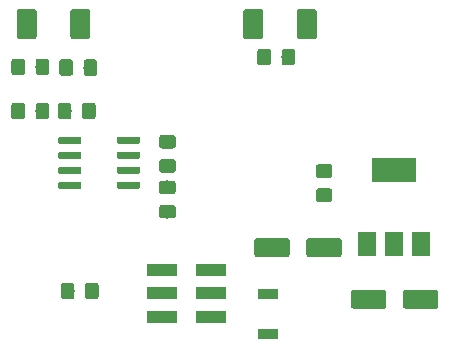
<source format=gtp>
G04 #@! TF.GenerationSoftware,KiCad,Pcbnew,(5.1.2)-1*
G04 #@! TF.CreationDate,2019-07-04T14:52:25+03:00*
G04 #@! TF.ProjectId,Elevator_FirePanel Board,456c6576-6174-46f7-925f-466972655061,rev?*
G04 #@! TF.SameCoordinates,Original*
G04 #@! TF.FileFunction,Paste,Top*
G04 #@! TF.FilePolarity,Positive*
%FSLAX46Y46*%
G04 Gerber Fmt 4.6, Leading zero omitted, Abs format (unit mm)*
G04 Created by KiCad (PCBNEW (5.1.2)-1) date 2019-07-04 14:52:25*
%MOMM*%
%LPD*%
G04 APERTURE LIST*
%ADD10C,0.100000*%
%ADD11C,1.600000*%
%ADD12C,1.700000*%
%ADD13R,2.580000X1.000000*%
%ADD14C,1.150000*%
%ADD15R,1.700000X0.900000*%
%ADD16C,0.600000*%
%ADD17R,3.800000X2.000000*%
%ADD18R,1.500000X2.000000*%
G04 APERTURE END LIST*
D10*
G36*
X140806504Y-91149204D02*
G01*
X140830773Y-91152804D01*
X140854571Y-91158765D01*
X140877671Y-91167030D01*
X140899849Y-91177520D01*
X140920893Y-91190133D01*
X140940598Y-91204747D01*
X140958777Y-91221223D01*
X140975253Y-91239402D01*
X140989867Y-91259107D01*
X141002480Y-91280151D01*
X141012970Y-91302329D01*
X141021235Y-91325429D01*
X141027196Y-91349227D01*
X141030796Y-91373496D01*
X141032000Y-91398000D01*
X141032000Y-92498000D01*
X141030796Y-92522504D01*
X141027196Y-92546773D01*
X141021235Y-92570571D01*
X141012970Y-92593671D01*
X141002480Y-92615849D01*
X140989867Y-92636893D01*
X140975253Y-92656598D01*
X140958777Y-92674777D01*
X140940598Y-92691253D01*
X140920893Y-92705867D01*
X140899849Y-92718480D01*
X140877671Y-92728970D01*
X140854571Y-92737235D01*
X140830773Y-92743196D01*
X140806504Y-92746796D01*
X140782000Y-92748000D01*
X138282000Y-92748000D01*
X138257496Y-92746796D01*
X138233227Y-92743196D01*
X138209429Y-92737235D01*
X138186329Y-92728970D01*
X138164151Y-92718480D01*
X138143107Y-92705867D01*
X138123402Y-92691253D01*
X138105223Y-92674777D01*
X138088747Y-92656598D01*
X138074133Y-92636893D01*
X138061520Y-92615849D01*
X138051030Y-92593671D01*
X138042765Y-92570571D01*
X138036804Y-92546773D01*
X138033204Y-92522504D01*
X138032000Y-92498000D01*
X138032000Y-91398000D01*
X138033204Y-91373496D01*
X138036804Y-91349227D01*
X138042765Y-91325429D01*
X138051030Y-91302329D01*
X138061520Y-91280151D01*
X138074133Y-91259107D01*
X138088747Y-91239402D01*
X138105223Y-91221223D01*
X138123402Y-91204747D01*
X138143107Y-91190133D01*
X138164151Y-91177520D01*
X138186329Y-91167030D01*
X138209429Y-91158765D01*
X138233227Y-91152804D01*
X138257496Y-91149204D01*
X138282000Y-91148000D01*
X140782000Y-91148000D01*
X140806504Y-91149204D01*
X140806504Y-91149204D01*
G37*
D11*
X139532000Y-91948000D03*
D10*
G36*
X145206504Y-91149204D02*
G01*
X145230773Y-91152804D01*
X145254571Y-91158765D01*
X145277671Y-91167030D01*
X145299849Y-91177520D01*
X145320893Y-91190133D01*
X145340598Y-91204747D01*
X145358777Y-91221223D01*
X145375253Y-91239402D01*
X145389867Y-91259107D01*
X145402480Y-91280151D01*
X145412970Y-91302329D01*
X145421235Y-91325429D01*
X145427196Y-91349227D01*
X145430796Y-91373496D01*
X145432000Y-91398000D01*
X145432000Y-92498000D01*
X145430796Y-92522504D01*
X145427196Y-92546773D01*
X145421235Y-92570571D01*
X145412970Y-92593671D01*
X145402480Y-92615849D01*
X145389867Y-92636893D01*
X145375253Y-92656598D01*
X145358777Y-92674777D01*
X145340598Y-92691253D01*
X145320893Y-92705867D01*
X145299849Y-92718480D01*
X145277671Y-92728970D01*
X145254571Y-92737235D01*
X145230773Y-92743196D01*
X145206504Y-92746796D01*
X145182000Y-92748000D01*
X142682000Y-92748000D01*
X142657496Y-92746796D01*
X142633227Y-92743196D01*
X142609429Y-92737235D01*
X142586329Y-92728970D01*
X142564151Y-92718480D01*
X142543107Y-92705867D01*
X142523402Y-92691253D01*
X142505223Y-92674777D01*
X142488747Y-92656598D01*
X142474133Y-92636893D01*
X142461520Y-92615849D01*
X142451030Y-92593671D01*
X142442765Y-92570571D01*
X142436804Y-92546773D01*
X142433204Y-92522504D01*
X142432000Y-92498000D01*
X142432000Y-91398000D01*
X142433204Y-91373496D01*
X142436804Y-91349227D01*
X142442765Y-91325429D01*
X142451030Y-91302329D01*
X142461520Y-91280151D01*
X142474133Y-91259107D01*
X142488747Y-91239402D01*
X142505223Y-91221223D01*
X142523402Y-91204747D01*
X142543107Y-91190133D01*
X142564151Y-91177520D01*
X142586329Y-91167030D01*
X142609429Y-91158765D01*
X142633227Y-91152804D01*
X142657496Y-91149204D01*
X142682000Y-91148000D01*
X145182000Y-91148000D01*
X145206504Y-91149204D01*
X145206504Y-91149204D01*
G37*
D11*
X143932000Y-91948000D03*
D10*
G36*
X137015004Y-86767704D02*
G01*
X137039273Y-86771304D01*
X137063071Y-86777265D01*
X137086171Y-86785530D01*
X137108349Y-86796020D01*
X137129393Y-86808633D01*
X137149098Y-86823247D01*
X137167277Y-86839723D01*
X137183753Y-86857902D01*
X137198367Y-86877607D01*
X137210980Y-86898651D01*
X137221470Y-86920829D01*
X137229735Y-86943929D01*
X137235696Y-86967727D01*
X137239296Y-86991996D01*
X137240500Y-87016500D01*
X137240500Y-88116500D01*
X137239296Y-88141004D01*
X137235696Y-88165273D01*
X137229735Y-88189071D01*
X137221470Y-88212171D01*
X137210980Y-88234349D01*
X137198367Y-88255393D01*
X137183753Y-88275098D01*
X137167277Y-88293277D01*
X137149098Y-88309753D01*
X137129393Y-88324367D01*
X137108349Y-88336980D01*
X137086171Y-88347470D01*
X137063071Y-88355735D01*
X137039273Y-88361696D01*
X137015004Y-88365296D01*
X136990500Y-88366500D01*
X134490500Y-88366500D01*
X134465996Y-88365296D01*
X134441727Y-88361696D01*
X134417929Y-88355735D01*
X134394829Y-88347470D01*
X134372651Y-88336980D01*
X134351607Y-88324367D01*
X134331902Y-88309753D01*
X134313723Y-88293277D01*
X134297247Y-88275098D01*
X134282633Y-88255393D01*
X134270020Y-88234349D01*
X134259530Y-88212171D01*
X134251265Y-88189071D01*
X134245304Y-88165273D01*
X134241704Y-88141004D01*
X134240500Y-88116500D01*
X134240500Y-87016500D01*
X134241704Y-86991996D01*
X134245304Y-86967727D01*
X134251265Y-86943929D01*
X134259530Y-86920829D01*
X134270020Y-86898651D01*
X134282633Y-86877607D01*
X134297247Y-86857902D01*
X134313723Y-86839723D01*
X134331902Y-86823247D01*
X134351607Y-86808633D01*
X134372651Y-86796020D01*
X134394829Y-86785530D01*
X134417929Y-86777265D01*
X134441727Y-86771304D01*
X134465996Y-86767704D01*
X134490500Y-86766500D01*
X136990500Y-86766500D01*
X137015004Y-86767704D01*
X137015004Y-86767704D01*
G37*
D11*
X135740500Y-87566500D03*
D10*
G36*
X132615004Y-86767704D02*
G01*
X132639273Y-86771304D01*
X132663071Y-86777265D01*
X132686171Y-86785530D01*
X132708349Y-86796020D01*
X132729393Y-86808633D01*
X132749098Y-86823247D01*
X132767277Y-86839723D01*
X132783753Y-86857902D01*
X132798367Y-86877607D01*
X132810980Y-86898651D01*
X132821470Y-86920829D01*
X132829735Y-86943929D01*
X132835696Y-86967727D01*
X132839296Y-86991996D01*
X132840500Y-87016500D01*
X132840500Y-88116500D01*
X132839296Y-88141004D01*
X132835696Y-88165273D01*
X132829735Y-88189071D01*
X132821470Y-88212171D01*
X132810980Y-88234349D01*
X132798367Y-88255393D01*
X132783753Y-88275098D01*
X132767277Y-88293277D01*
X132749098Y-88309753D01*
X132729393Y-88324367D01*
X132708349Y-88336980D01*
X132686171Y-88347470D01*
X132663071Y-88355735D01*
X132639273Y-88361696D01*
X132615004Y-88365296D01*
X132590500Y-88366500D01*
X130090500Y-88366500D01*
X130065996Y-88365296D01*
X130041727Y-88361696D01*
X130017929Y-88355735D01*
X129994829Y-88347470D01*
X129972651Y-88336980D01*
X129951607Y-88324367D01*
X129931902Y-88309753D01*
X129913723Y-88293277D01*
X129897247Y-88275098D01*
X129882633Y-88255393D01*
X129870020Y-88234349D01*
X129859530Y-88212171D01*
X129851265Y-88189071D01*
X129845304Y-88165273D01*
X129841704Y-88141004D01*
X129840500Y-88116500D01*
X129840500Y-87016500D01*
X129841704Y-86991996D01*
X129845304Y-86967727D01*
X129851265Y-86943929D01*
X129859530Y-86920829D01*
X129870020Y-86898651D01*
X129882633Y-86877607D01*
X129897247Y-86857902D01*
X129913723Y-86839723D01*
X129931902Y-86823247D01*
X129951607Y-86808633D01*
X129972651Y-86796020D01*
X129994829Y-86785530D01*
X130017929Y-86777265D01*
X130041727Y-86771304D01*
X130065996Y-86767704D01*
X130090500Y-86766500D01*
X132590500Y-86766500D01*
X132615004Y-86767704D01*
X132615004Y-86767704D01*
G37*
D11*
X131340500Y-87566500D03*
D10*
G36*
X115739004Y-67369704D02*
G01*
X115763273Y-67373304D01*
X115787071Y-67379265D01*
X115810171Y-67387530D01*
X115832349Y-67398020D01*
X115853393Y-67410633D01*
X115873098Y-67425247D01*
X115891277Y-67441723D01*
X115907753Y-67459902D01*
X115922367Y-67479607D01*
X115934980Y-67500651D01*
X115945470Y-67522829D01*
X115953735Y-67545929D01*
X115959696Y-67569727D01*
X115963296Y-67593996D01*
X115964500Y-67618500D01*
X115964500Y-69668500D01*
X115963296Y-69693004D01*
X115959696Y-69717273D01*
X115953735Y-69741071D01*
X115945470Y-69764171D01*
X115934980Y-69786349D01*
X115922367Y-69807393D01*
X115907753Y-69827098D01*
X115891277Y-69845277D01*
X115873098Y-69861753D01*
X115853393Y-69876367D01*
X115832349Y-69888980D01*
X115810171Y-69899470D01*
X115787071Y-69907735D01*
X115763273Y-69913696D01*
X115739004Y-69917296D01*
X115714500Y-69918500D01*
X114514500Y-69918500D01*
X114489996Y-69917296D01*
X114465727Y-69913696D01*
X114441929Y-69907735D01*
X114418829Y-69899470D01*
X114396651Y-69888980D01*
X114375607Y-69876367D01*
X114355902Y-69861753D01*
X114337723Y-69845277D01*
X114321247Y-69827098D01*
X114306633Y-69807393D01*
X114294020Y-69786349D01*
X114283530Y-69764171D01*
X114275265Y-69741071D01*
X114269304Y-69717273D01*
X114265704Y-69693004D01*
X114264500Y-69668500D01*
X114264500Y-67618500D01*
X114265704Y-67593996D01*
X114269304Y-67569727D01*
X114275265Y-67545929D01*
X114283530Y-67522829D01*
X114294020Y-67500651D01*
X114306633Y-67479607D01*
X114321247Y-67459902D01*
X114337723Y-67441723D01*
X114355902Y-67425247D01*
X114375607Y-67410633D01*
X114396651Y-67398020D01*
X114418829Y-67387530D01*
X114441929Y-67379265D01*
X114465727Y-67373304D01*
X114489996Y-67369704D01*
X114514500Y-67368500D01*
X115714500Y-67368500D01*
X115739004Y-67369704D01*
X115739004Y-67369704D01*
G37*
D12*
X115114500Y-68643500D03*
D10*
G36*
X111189004Y-67369704D02*
G01*
X111213273Y-67373304D01*
X111237071Y-67379265D01*
X111260171Y-67387530D01*
X111282349Y-67398020D01*
X111303393Y-67410633D01*
X111323098Y-67425247D01*
X111341277Y-67441723D01*
X111357753Y-67459902D01*
X111372367Y-67479607D01*
X111384980Y-67500651D01*
X111395470Y-67522829D01*
X111403735Y-67545929D01*
X111409696Y-67569727D01*
X111413296Y-67593996D01*
X111414500Y-67618500D01*
X111414500Y-69668500D01*
X111413296Y-69693004D01*
X111409696Y-69717273D01*
X111403735Y-69741071D01*
X111395470Y-69764171D01*
X111384980Y-69786349D01*
X111372367Y-69807393D01*
X111357753Y-69827098D01*
X111341277Y-69845277D01*
X111323098Y-69861753D01*
X111303393Y-69876367D01*
X111282349Y-69888980D01*
X111260171Y-69899470D01*
X111237071Y-69907735D01*
X111213273Y-69913696D01*
X111189004Y-69917296D01*
X111164500Y-69918500D01*
X109964500Y-69918500D01*
X109939996Y-69917296D01*
X109915727Y-69913696D01*
X109891929Y-69907735D01*
X109868829Y-69899470D01*
X109846651Y-69888980D01*
X109825607Y-69876367D01*
X109805902Y-69861753D01*
X109787723Y-69845277D01*
X109771247Y-69827098D01*
X109756633Y-69807393D01*
X109744020Y-69786349D01*
X109733530Y-69764171D01*
X109725265Y-69741071D01*
X109719304Y-69717273D01*
X109715704Y-69693004D01*
X109714500Y-69668500D01*
X109714500Y-67618500D01*
X109715704Y-67593996D01*
X109719304Y-67569727D01*
X109725265Y-67545929D01*
X109733530Y-67522829D01*
X109744020Y-67500651D01*
X109756633Y-67479607D01*
X109771247Y-67459902D01*
X109787723Y-67441723D01*
X109805902Y-67425247D01*
X109825607Y-67410633D01*
X109846651Y-67398020D01*
X109868829Y-67387530D01*
X109891929Y-67379265D01*
X109915727Y-67373304D01*
X109939996Y-67369704D01*
X109964500Y-67368500D01*
X111164500Y-67368500D01*
X111189004Y-67369704D01*
X111189004Y-67369704D01*
G37*
D12*
X110564500Y-68643500D03*
D10*
G36*
X130366004Y-67369704D02*
G01*
X130390273Y-67373304D01*
X130414071Y-67379265D01*
X130437171Y-67387530D01*
X130459349Y-67398020D01*
X130480393Y-67410633D01*
X130500098Y-67425247D01*
X130518277Y-67441723D01*
X130534753Y-67459902D01*
X130549367Y-67479607D01*
X130561980Y-67500651D01*
X130572470Y-67522829D01*
X130580735Y-67545929D01*
X130586696Y-67569727D01*
X130590296Y-67593996D01*
X130591500Y-67618500D01*
X130591500Y-69668500D01*
X130590296Y-69693004D01*
X130586696Y-69717273D01*
X130580735Y-69741071D01*
X130572470Y-69764171D01*
X130561980Y-69786349D01*
X130549367Y-69807393D01*
X130534753Y-69827098D01*
X130518277Y-69845277D01*
X130500098Y-69861753D01*
X130480393Y-69876367D01*
X130459349Y-69888980D01*
X130437171Y-69899470D01*
X130414071Y-69907735D01*
X130390273Y-69913696D01*
X130366004Y-69917296D01*
X130341500Y-69918500D01*
X129141500Y-69918500D01*
X129116996Y-69917296D01*
X129092727Y-69913696D01*
X129068929Y-69907735D01*
X129045829Y-69899470D01*
X129023651Y-69888980D01*
X129002607Y-69876367D01*
X128982902Y-69861753D01*
X128964723Y-69845277D01*
X128948247Y-69827098D01*
X128933633Y-69807393D01*
X128921020Y-69786349D01*
X128910530Y-69764171D01*
X128902265Y-69741071D01*
X128896304Y-69717273D01*
X128892704Y-69693004D01*
X128891500Y-69668500D01*
X128891500Y-67618500D01*
X128892704Y-67593996D01*
X128896304Y-67569727D01*
X128902265Y-67545929D01*
X128910530Y-67522829D01*
X128921020Y-67500651D01*
X128933633Y-67479607D01*
X128948247Y-67459902D01*
X128964723Y-67441723D01*
X128982902Y-67425247D01*
X129002607Y-67410633D01*
X129023651Y-67398020D01*
X129045829Y-67387530D01*
X129068929Y-67379265D01*
X129092727Y-67373304D01*
X129116996Y-67369704D01*
X129141500Y-67368500D01*
X130341500Y-67368500D01*
X130366004Y-67369704D01*
X130366004Y-67369704D01*
G37*
D12*
X129741500Y-68643500D03*
D10*
G36*
X134916004Y-67369704D02*
G01*
X134940273Y-67373304D01*
X134964071Y-67379265D01*
X134987171Y-67387530D01*
X135009349Y-67398020D01*
X135030393Y-67410633D01*
X135050098Y-67425247D01*
X135068277Y-67441723D01*
X135084753Y-67459902D01*
X135099367Y-67479607D01*
X135111980Y-67500651D01*
X135122470Y-67522829D01*
X135130735Y-67545929D01*
X135136696Y-67569727D01*
X135140296Y-67593996D01*
X135141500Y-67618500D01*
X135141500Y-69668500D01*
X135140296Y-69693004D01*
X135136696Y-69717273D01*
X135130735Y-69741071D01*
X135122470Y-69764171D01*
X135111980Y-69786349D01*
X135099367Y-69807393D01*
X135084753Y-69827098D01*
X135068277Y-69845277D01*
X135050098Y-69861753D01*
X135030393Y-69876367D01*
X135009349Y-69888980D01*
X134987171Y-69899470D01*
X134964071Y-69907735D01*
X134940273Y-69913696D01*
X134916004Y-69917296D01*
X134891500Y-69918500D01*
X133691500Y-69918500D01*
X133666996Y-69917296D01*
X133642727Y-69913696D01*
X133618929Y-69907735D01*
X133595829Y-69899470D01*
X133573651Y-69888980D01*
X133552607Y-69876367D01*
X133532902Y-69861753D01*
X133514723Y-69845277D01*
X133498247Y-69827098D01*
X133483633Y-69807393D01*
X133471020Y-69786349D01*
X133460530Y-69764171D01*
X133452265Y-69741071D01*
X133446304Y-69717273D01*
X133442704Y-69693004D01*
X133441500Y-69668500D01*
X133441500Y-67618500D01*
X133442704Y-67593996D01*
X133446304Y-67569727D01*
X133452265Y-67545929D01*
X133460530Y-67522829D01*
X133471020Y-67500651D01*
X133483633Y-67479607D01*
X133498247Y-67459902D01*
X133514723Y-67441723D01*
X133532902Y-67425247D01*
X133552607Y-67410633D01*
X133573651Y-67398020D01*
X133595829Y-67387530D01*
X133618929Y-67379265D01*
X133642727Y-67373304D01*
X133666996Y-67369704D01*
X133691500Y-67368500D01*
X134891500Y-67368500D01*
X134916004Y-67369704D01*
X134916004Y-67369704D01*
G37*
D12*
X134291500Y-68643500D03*
D13*
X126164000Y-93440000D03*
X121994000Y-93440000D03*
X126164000Y-91440000D03*
X121994000Y-91440000D03*
X126164000Y-89440000D03*
X121994000Y-89440000D03*
D10*
G36*
X110195505Y-75310704D02*
G01*
X110219773Y-75314304D01*
X110243572Y-75320265D01*
X110266671Y-75328530D01*
X110288850Y-75339020D01*
X110309893Y-75351632D01*
X110329599Y-75366247D01*
X110347777Y-75382723D01*
X110364253Y-75400901D01*
X110378868Y-75420607D01*
X110391480Y-75441650D01*
X110401970Y-75463829D01*
X110410235Y-75486928D01*
X110416196Y-75510727D01*
X110419796Y-75534995D01*
X110421000Y-75559499D01*
X110421000Y-76459501D01*
X110419796Y-76484005D01*
X110416196Y-76508273D01*
X110410235Y-76532072D01*
X110401970Y-76555171D01*
X110391480Y-76577350D01*
X110378868Y-76598393D01*
X110364253Y-76618099D01*
X110347777Y-76636277D01*
X110329599Y-76652753D01*
X110309893Y-76667368D01*
X110288850Y-76679980D01*
X110266671Y-76690470D01*
X110243572Y-76698735D01*
X110219773Y-76704696D01*
X110195505Y-76708296D01*
X110171001Y-76709500D01*
X109520999Y-76709500D01*
X109496495Y-76708296D01*
X109472227Y-76704696D01*
X109448428Y-76698735D01*
X109425329Y-76690470D01*
X109403150Y-76679980D01*
X109382107Y-76667368D01*
X109362401Y-76652753D01*
X109344223Y-76636277D01*
X109327747Y-76618099D01*
X109313132Y-76598393D01*
X109300520Y-76577350D01*
X109290030Y-76555171D01*
X109281765Y-76532072D01*
X109275804Y-76508273D01*
X109272204Y-76484005D01*
X109271000Y-76459501D01*
X109271000Y-75559499D01*
X109272204Y-75534995D01*
X109275804Y-75510727D01*
X109281765Y-75486928D01*
X109290030Y-75463829D01*
X109300520Y-75441650D01*
X109313132Y-75420607D01*
X109327747Y-75400901D01*
X109344223Y-75382723D01*
X109362401Y-75366247D01*
X109382107Y-75351632D01*
X109403150Y-75339020D01*
X109425329Y-75328530D01*
X109448428Y-75320265D01*
X109472227Y-75314304D01*
X109496495Y-75310704D01*
X109520999Y-75309500D01*
X110171001Y-75309500D01*
X110195505Y-75310704D01*
X110195505Y-75310704D01*
G37*
D14*
X109846000Y-76009500D03*
D10*
G36*
X112245505Y-75310704D02*
G01*
X112269773Y-75314304D01*
X112293572Y-75320265D01*
X112316671Y-75328530D01*
X112338850Y-75339020D01*
X112359893Y-75351632D01*
X112379599Y-75366247D01*
X112397777Y-75382723D01*
X112414253Y-75400901D01*
X112428868Y-75420607D01*
X112441480Y-75441650D01*
X112451970Y-75463829D01*
X112460235Y-75486928D01*
X112466196Y-75510727D01*
X112469796Y-75534995D01*
X112471000Y-75559499D01*
X112471000Y-76459501D01*
X112469796Y-76484005D01*
X112466196Y-76508273D01*
X112460235Y-76532072D01*
X112451970Y-76555171D01*
X112441480Y-76577350D01*
X112428868Y-76598393D01*
X112414253Y-76618099D01*
X112397777Y-76636277D01*
X112379599Y-76652753D01*
X112359893Y-76667368D01*
X112338850Y-76679980D01*
X112316671Y-76690470D01*
X112293572Y-76698735D01*
X112269773Y-76704696D01*
X112245505Y-76708296D01*
X112221001Y-76709500D01*
X111570999Y-76709500D01*
X111546495Y-76708296D01*
X111522227Y-76704696D01*
X111498428Y-76698735D01*
X111475329Y-76690470D01*
X111453150Y-76679980D01*
X111432107Y-76667368D01*
X111412401Y-76652753D01*
X111394223Y-76636277D01*
X111377747Y-76618099D01*
X111363132Y-76598393D01*
X111350520Y-76577350D01*
X111340030Y-76555171D01*
X111331765Y-76532072D01*
X111325804Y-76508273D01*
X111322204Y-76484005D01*
X111321000Y-76459501D01*
X111321000Y-75559499D01*
X111322204Y-75534995D01*
X111325804Y-75510727D01*
X111331765Y-75486928D01*
X111340030Y-75463829D01*
X111350520Y-75441650D01*
X111363132Y-75420607D01*
X111377747Y-75400901D01*
X111394223Y-75382723D01*
X111412401Y-75366247D01*
X111432107Y-75351632D01*
X111453150Y-75339020D01*
X111475329Y-75328530D01*
X111498428Y-75320265D01*
X111522227Y-75314304D01*
X111546495Y-75310704D01*
X111570999Y-75309500D01*
X112221001Y-75309500D01*
X112245505Y-75310704D01*
X112245505Y-75310704D01*
G37*
D14*
X111896000Y-76009500D03*
D10*
G36*
X114259505Y-71627704D02*
G01*
X114283773Y-71631304D01*
X114307572Y-71637265D01*
X114330671Y-71645530D01*
X114352850Y-71656020D01*
X114373893Y-71668632D01*
X114393599Y-71683247D01*
X114411777Y-71699723D01*
X114428253Y-71717901D01*
X114442868Y-71737607D01*
X114455480Y-71758650D01*
X114465970Y-71780829D01*
X114474235Y-71803928D01*
X114480196Y-71827727D01*
X114483796Y-71851995D01*
X114485000Y-71876499D01*
X114485000Y-72776501D01*
X114483796Y-72801005D01*
X114480196Y-72825273D01*
X114474235Y-72849072D01*
X114465970Y-72872171D01*
X114455480Y-72894350D01*
X114442868Y-72915393D01*
X114428253Y-72935099D01*
X114411777Y-72953277D01*
X114393599Y-72969753D01*
X114373893Y-72984368D01*
X114352850Y-72996980D01*
X114330671Y-73007470D01*
X114307572Y-73015735D01*
X114283773Y-73021696D01*
X114259505Y-73025296D01*
X114235001Y-73026500D01*
X113584999Y-73026500D01*
X113560495Y-73025296D01*
X113536227Y-73021696D01*
X113512428Y-73015735D01*
X113489329Y-73007470D01*
X113467150Y-72996980D01*
X113446107Y-72984368D01*
X113426401Y-72969753D01*
X113408223Y-72953277D01*
X113391747Y-72935099D01*
X113377132Y-72915393D01*
X113364520Y-72894350D01*
X113354030Y-72872171D01*
X113345765Y-72849072D01*
X113339804Y-72825273D01*
X113336204Y-72801005D01*
X113335000Y-72776501D01*
X113335000Y-71876499D01*
X113336204Y-71851995D01*
X113339804Y-71827727D01*
X113345765Y-71803928D01*
X113354030Y-71780829D01*
X113364520Y-71758650D01*
X113377132Y-71737607D01*
X113391747Y-71717901D01*
X113408223Y-71699723D01*
X113426401Y-71683247D01*
X113446107Y-71668632D01*
X113467150Y-71656020D01*
X113489329Y-71645530D01*
X113512428Y-71637265D01*
X113536227Y-71631304D01*
X113560495Y-71627704D01*
X113584999Y-71626500D01*
X114235001Y-71626500D01*
X114259505Y-71627704D01*
X114259505Y-71627704D01*
G37*
D14*
X113910000Y-72326500D03*
D10*
G36*
X116309505Y-71627704D02*
G01*
X116333773Y-71631304D01*
X116357572Y-71637265D01*
X116380671Y-71645530D01*
X116402850Y-71656020D01*
X116423893Y-71668632D01*
X116443599Y-71683247D01*
X116461777Y-71699723D01*
X116478253Y-71717901D01*
X116492868Y-71737607D01*
X116505480Y-71758650D01*
X116515970Y-71780829D01*
X116524235Y-71803928D01*
X116530196Y-71827727D01*
X116533796Y-71851995D01*
X116535000Y-71876499D01*
X116535000Y-72776501D01*
X116533796Y-72801005D01*
X116530196Y-72825273D01*
X116524235Y-72849072D01*
X116515970Y-72872171D01*
X116505480Y-72894350D01*
X116492868Y-72915393D01*
X116478253Y-72935099D01*
X116461777Y-72953277D01*
X116443599Y-72969753D01*
X116423893Y-72984368D01*
X116402850Y-72996980D01*
X116380671Y-73007470D01*
X116357572Y-73015735D01*
X116333773Y-73021696D01*
X116309505Y-73025296D01*
X116285001Y-73026500D01*
X115634999Y-73026500D01*
X115610495Y-73025296D01*
X115586227Y-73021696D01*
X115562428Y-73015735D01*
X115539329Y-73007470D01*
X115517150Y-72996980D01*
X115496107Y-72984368D01*
X115476401Y-72969753D01*
X115458223Y-72953277D01*
X115441747Y-72935099D01*
X115427132Y-72915393D01*
X115414520Y-72894350D01*
X115404030Y-72872171D01*
X115395765Y-72849072D01*
X115389804Y-72825273D01*
X115386204Y-72801005D01*
X115385000Y-72776501D01*
X115385000Y-71876499D01*
X115386204Y-71851995D01*
X115389804Y-71827727D01*
X115395765Y-71803928D01*
X115404030Y-71780829D01*
X115414520Y-71758650D01*
X115427132Y-71737607D01*
X115441747Y-71717901D01*
X115458223Y-71699723D01*
X115476401Y-71683247D01*
X115496107Y-71668632D01*
X115517150Y-71656020D01*
X115539329Y-71645530D01*
X115562428Y-71637265D01*
X115586227Y-71631304D01*
X115610495Y-71627704D01*
X115634999Y-71626500D01*
X116285001Y-71626500D01*
X116309505Y-71627704D01*
X116309505Y-71627704D01*
G37*
D14*
X115960000Y-72326500D03*
D10*
G36*
X122966005Y-83953704D02*
G01*
X122990273Y-83957304D01*
X123014072Y-83963265D01*
X123037171Y-83971530D01*
X123059350Y-83982020D01*
X123080393Y-83994632D01*
X123100099Y-84009247D01*
X123118277Y-84025723D01*
X123134753Y-84043901D01*
X123149368Y-84063607D01*
X123161980Y-84084650D01*
X123172470Y-84106829D01*
X123180735Y-84129928D01*
X123186696Y-84153727D01*
X123190296Y-84177995D01*
X123191500Y-84202499D01*
X123191500Y-84852501D01*
X123190296Y-84877005D01*
X123186696Y-84901273D01*
X123180735Y-84925072D01*
X123172470Y-84948171D01*
X123161980Y-84970350D01*
X123149368Y-84991393D01*
X123134753Y-85011099D01*
X123118277Y-85029277D01*
X123100099Y-85045753D01*
X123080393Y-85060368D01*
X123059350Y-85072980D01*
X123037171Y-85083470D01*
X123014072Y-85091735D01*
X122990273Y-85097696D01*
X122966005Y-85101296D01*
X122941501Y-85102500D01*
X122041499Y-85102500D01*
X122016995Y-85101296D01*
X121992727Y-85097696D01*
X121968928Y-85091735D01*
X121945829Y-85083470D01*
X121923650Y-85072980D01*
X121902607Y-85060368D01*
X121882901Y-85045753D01*
X121864723Y-85029277D01*
X121848247Y-85011099D01*
X121833632Y-84991393D01*
X121821020Y-84970350D01*
X121810530Y-84948171D01*
X121802265Y-84925072D01*
X121796304Y-84901273D01*
X121792704Y-84877005D01*
X121791500Y-84852501D01*
X121791500Y-84202499D01*
X121792704Y-84177995D01*
X121796304Y-84153727D01*
X121802265Y-84129928D01*
X121810530Y-84106829D01*
X121821020Y-84084650D01*
X121833632Y-84063607D01*
X121848247Y-84043901D01*
X121864723Y-84025723D01*
X121882901Y-84009247D01*
X121902607Y-83994632D01*
X121923650Y-83982020D01*
X121945829Y-83971530D01*
X121968928Y-83963265D01*
X121992727Y-83957304D01*
X122016995Y-83953704D01*
X122041499Y-83952500D01*
X122941501Y-83952500D01*
X122966005Y-83953704D01*
X122966005Y-83953704D01*
G37*
D14*
X122491500Y-84527500D03*
D10*
G36*
X122966005Y-81903704D02*
G01*
X122990273Y-81907304D01*
X123014072Y-81913265D01*
X123037171Y-81921530D01*
X123059350Y-81932020D01*
X123080393Y-81944632D01*
X123100099Y-81959247D01*
X123118277Y-81975723D01*
X123134753Y-81993901D01*
X123149368Y-82013607D01*
X123161980Y-82034650D01*
X123172470Y-82056829D01*
X123180735Y-82079928D01*
X123186696Y-82103727D01*
X123190296Y-82127995D01*
X123191500Y-82152499D01*
X123191500Y-82802501D01*
X123190296Y-82827005D01*
X123186696Y-82851273D01*
X123180735Y-82875072D01*
X123172470Y-82898171D01*
X123161980Y-82920350D01*
X123149368Y-82941393D01*
X123134753Y-82961099D01*
X123118277Y-82979277D01*
X123100099Y-82995753D01*
X123080393Y-83010368D01*
X123059350Y-83022980D01*
X123037171Y-83033470D01*
X123014072Y-83041735D01*
X122990273Y-83047696D01*
X122966005Y-83051296D01*
X122941501Y-83052500D01*
X122041499Y-83052500D01*
X122016995Y-83051296D01*
X121992727Y-83047696D01*
X121968928Y-83041735D01*
X121945829Y-83033470D01*
X121923650Y-83022980D01*
X121902607Y-83010368D01*
X121882901Y-82995753D01*
X121864723Y-82979277D01*
X121848247Y-82961099D01*
X121833632Y-82941393D01*
X121821020Y-82920350D01*
X121810530Y-82898171D01*
X121802265Y-82875072D01*
X121796304Y-82851273D01*
X121792704Y-82827005D01*
X121791500Y-82802501D01*
X121791500Y-82152499D01*
X121792704Y-82127995D01*
X121796304Y-82103727D01*
X121802265Y-82079928D01*
X121810530Y-82056829D01*
X121821020Y-82034650D01*
X121833632Y-82013607D01*
X121848247Y-81993901D01*
X121864723Y-81975723D01*
X121882901Y-81959247D01*
X121902607Y-81944632D01*
X121923650Y-81932020D01*
X121945829Y-81921530D01*
X121968928Y-81913265D01*
X121992727Y-81907304D01*
X122016995Y-81903704D01*
X122041499Y-81902500D01*
X122941501Y-81902500D01*
X122966005Y-81903704D01*
X122966005Y-81903704D01*
G37*
D14*
X122491500Y-82477500D03*
D10*
G36*
X122966005Y-80080204D02*
G01*
X122990273Y-80083804D01*
X123014072Y-80089765D01*
X123037171Y-80098030D01*
X123059350Y-80108520D01*
X123080393Y-80121132D01*
X123100099Y-80135747D01*
X123118277Y-80152223D01*
X123134753Y-80170401D01*
X123149368Y-80190107D01*
X123161980Y-80211150D01*
X123172470Y-80233329D01*
X123180735Y-80256428D01*
X123186696Y-80280227D01*
X123190296Y-80304495D01*
X123191500Y-80328999D01*
X123191500Y-80979001D01*
X123190296Y-81003505D01*
X123186696Y-81027773D01*
X123180735Y-81051572D01*
X123172470Y-81074671D01*
X123161980Y-81096850D01*
X123149368Y-81117893D01*
X123134753Y-81137599D01*
X123118277Y-81155777D01*
X123100099Y-81172253D01*
X123080393Y-81186868D01*
X123059350Y-81199480D01*
X123037171Y-81209970D01*
X123014072Y-81218235D01*
X122990273Y-81224196D01*
X122966005Y-81227796D01*
X122941501Y-81229000D01*
X122041499Y-81229000D01*
X122016995Y-81227796D01*
X121992727Y-81224196D01*
X121968928Y-81218235D01*
X121945829Y-81209970D01*
X121923650Y-81199480D01*
X121902607Y-81186868D01*
X121882901Y-81172253D01*
X121864723Y-81155777D01*
X121848247Y-81137599D01*
X121833632Y-81117893D01*
X121821020Y-81096850D01*
X121810530Y-81074671D01*
X121802265Y-81051572D01*
X121796304Y-81027773D01*
X121792704Y-81003505D01*
X121791500Y-80979001D01*
X121791500Y-80328999D01*
X121792704Y-80304495D01*
X121796304Y-80280227D01*
X121802265Y-80256428D01*
X121810530Y-80233329D01*
X121821020Y-80211150D01*
X121833632Y-80190107D01*
X121848247Y-80170401D01*
X121864723Y-80152223D01*
X121882901Y-80135747D01*
X121902607Y-80121132D01*
X121923650Y-80108520D01*
X121945829Y-80098030D01*
X121968928Y-80089765D01*
X121992727Y-80083804D01*
X122016995Y-80080204D01*
X122041499Y-80079000D01*
X122941501Y-80079000D01*
X122966005Y-80080204D01*
X122966005Y-80080204D01*
G37*
D14*
X122491500Y-80654000D03*
D10*
G36*
X122966005Y-78030204D02*
G01*
X122990273Y-78033804D01*
X123014072Y-78039765D01*
X123037171Y-78048030D01*
X123059350Y-78058520D01*
X123080393Y-78071132D01*
X123100099Y-78085747D01*
X123118277Y-78102223D01*
X123134753Y-78120401D01*
X123149368Y-78140107D01*
X123161980Y-78161150D01*
X123172470Y-78183329D01*
X123180735Y-78206428D01*
X123186696Y-78230227D01*
X123190296Y-78254495D01*
X123191500Y-78278999D01*
X123191500Y-78929001D01*
X123190296Y-78953505D01*
X123186696Y-78977773D01*
X123180735Y-79001572D01*
X123172470Y-79024671D01*
X123161980Y-79046850D01*
X123149368Y-79067893D01*
X123134753Y-79087599D01*
X123118277Y-79105777D01*
X123100099Y-79122253D01*
X123080393Y-79136868D01*
X123059350Y-79149480D01*
X123037171Y-79159970D01*
X123014072Y-79168235D01*
X122990273Y-79174196D01*
X122966005Y-79177796D01*
X122941501Y-79179000D01*
X122041499Y-79179000D01*
X122016995Y-79177796D01*
X121992727Y-79174196D01*
X121968928Y-79168235D01*
X121945829Y-79159970D01*
X121923650Y-79149480D01*
X121902607Y-79136868D01*
X121882901Y-79122253D01*
X121864723Y-79105777D01*
X121848247Y-79087599D01*
X121833632Y-79067893D01*
X121821020Y-79046850D01*
X121810530Y-79024671D01*
X121802265Y-79001572D01*
X121796304Y-78977773D01*
X121792704Y-78953505D01*
X121791500Y-78929001D01*
X121791500Y-78278999D01*
X121792704Y-78254495D01*
X121796304Y-78230227D01*
X121802265Y-78206428D01*
X121810530Y-78183329D01*
X121821020Y-78161150D01*
X121833632Y-78140107D01*
X121848247Y-78120401D01*
X121864723Y-78102223D01*
X121882901Y-78085747D01*
X121902607Y-78071132D01*
X121923650Y-78058520D01*
X121945829Y-78048030D01*
X121968928Y-78039765D01*
X121992727Y-78033804D01*
X122016995Y-78030204D01*
X122041499Y-78029000D01*
X122941501Y-78029000D01*
X122966005Y-78030204D01*
X122966005Y-78030204D01*
G37*
D14*
X122491500Y-78604000D03*
D10*
G36*
X136237505Y-80506704D02*
G01*
X136261773Y-80510304D01*
X136285572Y-80516265D01*
X136308671Y-80524530D01*
X136330850Y-80535020D01*
X136351893Y-80547632D01*
X136371599Y-80562247D01*
X136389777Y-80578723D01*
X136406253Y-80596901D01*
X136420868Y-80616607D01*
X136433480Y-80637650D01*
X136443970Y-80659829D01*
X136452235Y-80682928D01*
X136458196Y-80706727D01*
X136461796Y-80730995D01*
X136463000Y-80755499D01*
X136463000Y-81405501D01*
X136461796Y-81430005D01*
X136458196Y-81454273D01*
X136452235Y-81478072D01*
X136443970Y-81501171D01*
X136433480Y-81523350D01*
X136420868Y-81544393D01*
X136406253Y-81564099D01*
X136389777Y-81582277D01*
X136371599Y-81598753D01*
X136351893Y-81613368D01*
X136330850Y-81625980D01*
X136308671Y-81636470D01*
X136285572Y-81644735D01*
X136261773Y-81650696D01*
X136237505Y-81654296D01*
X136213001Y-81655500D01*
X135312999Y-81655500D01*
X135288495Y-81654296D01*
X135264227Y-81650696D01*
X135240428Y-81644735D01*
X135217329Y-81636470D01*
X135195150Y-81625980D01*
X135174107Y-81613368D01*
X135154401Y-81598753D01*
X135136223Y-81582277D01*
X135119747Y-81564099D01*
X135105132Y-81544393D01*
X135092520Y-81523350D01*
X135082030Y-81501171D01*
X135073765Y-81478072D01*
X135067804Y-81454273D01*
X135064204Y-81430005D01*
X135063000Y-81405501D01*
X135063000Y-80755499D01*
X135064204Y-80730995D01*
X135067804Y-80706727D01*
X135073765Y-80682928D01*
X135082030Y-80659829D01*
X135092520Y-80637650D01*
X135105132Y-80616607D01*
X135119747Y-80596901D01*
X135136223Y-80578723D01*
X135154401Y-80562247D01*
X135174107Y-80547632D01*
X135195150Y-80535020D01*
X135217329Y-80524530D01*
X135240428Y-80516265D01*
X135264227Y-80510304D01*
X135288495Y-80506704D01*
X135312999Y-80505500D01*
X136213001Y-80505500D01*
X136237505Y-80506704D01*
X136237505Y-80506704D01*
G37*
D14*
X135763000Y-81080500D03*
D10*
G36*
X136237505Y-82556704D02*
G01*
X136261773Y-82560304D01*
X136285572Y-82566265D01*
X136308671Y-82574530D01*
X136330850Y-82585020D01*
X136351893Y-82597632D01*
X136371599Y-82612247D01*
X136389777Y-82628723D01*
X136406253Y-82646901D01*
X136420868Y-82666607D01*
X136433480Y-82687650D01*
X136443970Y-82709829D01*
X136452235Y-82732928D01*
X136458196Y-82756727D01*
X136461796Y-82780995D01*
X136463000Y-82805499D01*
X136463000Y-83455501D01*
X136461796Y-83480005D01*
X136458196Y-83504273D01*
X136452235Y-83528072D01*
X136443970Y-83551171D01*
X136433480Y-83573350D01*
X136420868Y-83594393D01*
X136406253Y-83614099D01*
X136389777Y-83632277D01*
X136371599Y-83648753D01*
X136351893Y-83663368D01*
X136330850Y-83675980D01*
X136308671Y-83686470D01*
X136285572Y-83694735D01*
X136261773Y-83700696D01*
X136237505Y-83704296D01*
X136213001Y-83705500D01*
X135312999Y-83705500D01*
X135288495Y-83704296D01*
X135264227Y-83700696D01*
X135240428Y-83694735D01*
X135217329Y-83686470D01*
X135195150Y-83675980D01*
X135174107Y-83663368D01*
X135154401Y-83648753D01*
X135136223Y-83632277D01*
X135119747Y-83614099D01*
X135105132Y-83594393D01*
X135092520Y-83573350D01*
X135082030Y-83551171D01*
X135073765Y-83528072D01*
X135067804Y-83504273D01*
X135064204Y-83480005D01*
X135063000Y-83455501D01*
X135063000Y-82805499D01*
X135064204Y-82780995D01*
X135067804Y-82756727D01*
X135073765Y-82732928D01*
X135082030Y-82709829D01*
X135092520Y-82687650D01*
X135105132Y-82666607D01*
X135119747Y-82646901D01*
X135136223Y-82628723D01*
X135154401Y-82612247D01*
X135174107Y-82597632D01*
X135195150Y-82585020D01*
X135217329Y-82574530D01*
X135240428Y-82566265D01*
X135264227Y-82560304D01*
X135288495Y-82556704D01*
X135312999Y-82555500D01*
X136213001Y-82555500D01*
X136237505Y-82556704D01*
X136237505Y-82556704D01*
G37*
D14*
X135763000Y-83130500D03*
D10*
G36*
X112245505Y-71564204D02*
G01*
X112269773Y-71567804D01*
X112293572Y-71573765D01*
X112316671Y-71582030D01*
X112338850Y-71592520D01*
X112359893Y-71605132D01*
X112379599Y-71619747D01*
X112397777Y-71636223D01*
X112414253Y-71654401D01*
X112428868Y-71674107D01*
X112441480Y-71695150D01*
X112451970Y-71717329D01*
X112460235Y-71740428D01*
X112466196Y-71764227D01*
X112469796Y-71788495D01*
X112471000Y-71812999D01*
X112471000Y-72713001D01*
X112469796Y-72737505D01*
X112466196Y-72761773D01*
X112460235Y-72785572D01*
X112451970Y-72808671D01*
X112441480Y-72830850D01*
X112428868Y-72851893D01*
X112414253Y-72871599D01*
X112397777Y-72889777D01*
X112379599Y-72906253D01*
X112359893Y-72920868D01*
X112338850Y-72933480D01*
X112316671Y-72943970D01*
X112293572Y-72952235D01*
X112269773Y-72958196D01*
X112245505Y-72961796D01*
X112221001Y-72963000D01*
X111570999Y-72963000D01*
X111546495Y-72961796D01*
X111522227Y-72958196D01*
X111498428Y-72952235D01*
X111475329Y-72943970D01*
X111453150Y-72933480D01*
X111432107Y-72920868D01*
X111412401Y-72906253D01*
X111394223Y-72889777D01*
X111377747Y-72871599D01*
X111363132Y-72851893D01*
X111350520Y-72830850D01*
X111340030Y-72808671D01*
X111331765Y-72785572D01*
X111325804Y-72761773D01*
X111322204Y-72737505D01*
X111321000Y-72713001D01*
X111321000Y-71812999D01*
X111322204Y-71788495D01*
X111325804Y-71764227D01*
X111331765Y-71740428D01*
X111340030Y-71717329D01*
X111350520Y-71695150D01*
X111363132Y-71674107D01*
X111377747Y-71654401D01*
X111394223Y-71636223D01*
X111412401Y-71619747D01*
X111432107Y-71605132D01*
X111453150Y-71592520D01*
X111475329Y-71582030D01*
X111498428Y-71573765D01*
X111522227Y-71567804D01*
X111546495Y-71564204D01*
X111570999Y-71563000D01*
X112221001Y-71563000D01*
X112245505Y-71564204D01*
X112245505Y-71564204D01*
G37*
D14*
X111896000Y-72263000D03*
D10*
G36*
X110195505Y-71564204D02*
G01*
X110219773Y-71567804D01*
X110243572Y-71573765D01*
X110266671Y-71582030D01*
X110288850Y-71592520D01*
X110309893Y-71605132D01*
X110329599Y-71619747D01*
X110347777Y-71636223D01*
X110364253Y-71654401D01*
X110378868Y-71674107D01*
X110391480Y-71695150D01*
X110401970Y-71717329D01*
X110410235Y-71740428D01*
X110416196Y-71764227D01*
X110419796Y-71788495D01*
X110421000Y-71812999D01*
X110421000Y-72713001D01*
X110419796Y-72737505D01*
X110416196Y-72761773D01*
X110410235Y-72785572D01*
X110401970Y-72808671D01*
X110391480Y-72830850D01*
X110378868Y-72851893D01*
X110364253Y-72871599D01*
X110347777Y-72889777D01*
X110329599Y-72906253D01*
X110309893Y-72920868D01*
X110288850Y-72933480D01*
X110266671Y-72943970D01*
X110243572Y-72952235D01*
X110219773Y-72958196D01*
X110195505Y-72961796D01*
X110171001Y-72963000D01*
X109520999Y-72963000D01*
X109496495Y-72961796D01*
X109472227Y-72958196D01*
X109448428Y-72952235D01*
X109425329Y-72943970D01*
X109403150Y-72933480D01*
X109382107Y-72920868D01*
X109362401Y-72906253D01*
X109344223Y-72889777D01*
X109327747Y-72871599D01*
X109313132Y-72851893D01*
X109300520Y-72830850D01*
X109290030Y-72808671D01*
X109281765Y-72785572D01*
X109275804Y-72761773D01*
X109272204Y-72737505D01*
X109271000Y-72713001D01*
X109271000Y-71812999D01*
X109272204Y-71788495D01*
X109275804Y-71764227D01*
X109281765Y-71740428D01*
X109290030Y-71717329D01*
X109300520Y-71695150D01*
X109313132Y-71674107D01*
X109327747Y-71654401D01*
X109344223Y-71636223D01*
X109362401Y-71619747D01*
X109382107Y-71605132D01*
X109403150Y-71592520D01*
X109425329Y-71582030D01*
X109448428Y-71573765D01*
X109472227Y-71567804D01*
X109496495Y-71564204D01*
X109520999Y-71563000D01*
X110171001Y-71563000D01*
X110195505Y-71564204D01*
X110195505Y-71564204D01*
G37*
D14*
X109846000Y-72263000D03*
D15*
X131000500Y-91518000D03*
X131000500Y-94918000D03*
D10*
G36*
X115077703Y-78186722D02*
G01*
X115092264Y-78188882D01*
X115106543Y-78192459D01*
X115120403Y-78197418D01*
X115133710Y-78203712D01*
X115146336Y-78211280D01*
X115158159Y-78220048D01*
X115169066Y-78229934D01*
X115178952Y-78240841D01*
X115187720Y-78252664D01*
X115195288Y-78265290D01*
X115201582Y-78278597D01*
X115206541Y-78292457D01*
X115210118Y-78306736D01*
X115212278Y-78321297D01*
X115213000Y-78336000D01*
X115213000Y-78636000D01*
X115212278Y-78650703D01*
X115210118Y-78665264D01*
X115206541Y-78679543D01*
X115201582Y-78693403D01*
X115195288Y-78706710D01*
X115187720Y-78719336D01*
X115178952Y-78731159D01*
X115169066Y-78742066D01*
X115158159Y-78751952D01*
X115146336Y-78760720D01*
X115133710Y-78768288D01*
X115120403Y-78774582D01*
X115106543Y-78779541D01*
X115092264Y-78783118D01*
X115077703Y-78785278D01*
X115063000Y-78786000D01*
X113413000Y-78786000D01*
X113398297Y-78785278D01*
X113383736Y-78783118D01*
X113369457Y-78779541D01*
X113355597Y-78774582D01*
X113342290Y-78768288D01*
X113329664Y-78760720D01*
X113317841Y-78751952D01*
X113306934Y-78742066D01*
X113297048Y-78731159D01*
X113288280Y-78719336D01*
X113280712Y-78706710D01*
X113274418Y-78693403D01*
X113269459Y-78679543D01*
X113265882Y-78665264D01*
X113263722Y-78650703D01*
X113263000Y-78636000D01*
X113263000Y-78336000D01*
X113263722Y-78321297D01*
X113265882Y-78306736D01*
X113269459Y-78292457D01*
X113274418Y-78278597D01*
X113280712Y-78265290D01*
X113288280Y-78252664D01*
X113297048Y-78240841D01*
X113306934Y-78229934D01*
X113317841Y-78220048D01*
X113329664Y-78211280D01*
X113342290Y-78203712D01*
X113355597Y-78197418D01*
X113369457Y-78192459D01*
X113383736Y-78188882D01*
X113398297Y-78186722D01*
X113413000Y-78186000D01*
X115063000Y-78186000D01*
X115077703Y-78186722D01*
X115077703Y-78186722D01*
G37*
D16*
X114238000Y-78486000D03*
D10*
G36*
X115077703Y-79456722D02*
G01*
X115092264Y-79458882D01*
X115106543Y-79462459D01*
X115120403Y-79467418D01*
X115133710Y-79473712D01*
X115146336Y-79481280D01*
X115158159Y-79490048D01*
X115169066Y-79499934D01*
X115178952Y-79510841D01*
X115187720Y-79522664D01*
X115195288Y-79535290D01*
X115201582Y-79548597D01*
X115206541Y-79562457D01*
X115210118Y-79576736D01*
X115212278Y-79591297D01*
X115213000Y-79606000D01*
X115213000Y-79906000D01*
X115212278Y-79920703D01*
X115210118Y-79935264D01*
X115206541Y-79949543D01*
X115201582Y-79963403D01*
X115195288Y-79976710D01*
X115187720Y-79989336D01*
X115178952Y-80001159D01*
X115169066Y-80012066D01*
X115158159Y-80021952D01*
X115146336Y-80030720D01*
X115133710Y-80038288D01*
X115120403Y-80044582D01*
X115106543Y-80049541D01*
X115092264Y-80053118D01*
X115077703Y-80055278D01*
X115063000Y-80056000D01*
X113413000Y-80056000D01*
X113398297Y-80055278D01*
X113383736Y-80053118D01*
X113369457Y-80049541D01*
X113355597Y-80044582D01*
X113342290Y-80038288D01*
X113329664Y-80030720D01*
X113317841Y-80021952D01*
X113306934Y-80012066D01*
X113297048Y-80001159D01*
X113288280Y-79989336D01*
X113280712Y-79976710D01*
X113274418Y-79963403D01*
X113269459Y-79949543D01*
X113265882Y-79935264D01*
X113263722Y-79920703D01*
X113263000Y-79906000D01*
X113263000Y-79606000D01*
X113263722Y-79591297D01*
X113265882Y-79576736D01*
X113269459Y-79562457D01*
X113274418Y-79548597D01*
X113280712Y-79535290D01*
X113288280Y-79522664D01*
X113297048Y-79510841D01*
X113306934Y-79499934D01*
X113317841Y-79490048D01*
X113329664Y-79481280D01*
X113342290Y-79473712D01*
X113355597Y-79467418D01*
X113369457Y-79462459D01*
X113383736Y-79458882D01*
X113398297Y-79456722D01*
X113413000Y-79456000D01*
X115063000Y-79456000D01*
X115077703Y-79456722D01*
X115077703Y-79456722D01*
G37*
D16*
X114238000Y-79756000D03*
D10*
G36*
X115077703Y-80726722D02*
G01*
X115092264Y-80728882D01*
X115106543Y-80732459D01*
X115120403Y-80737418D01*
X115133710Y-80743712D01*
X115146336Y-80751280D01*
X115158159Y-80760048D01*
X115169066Y-80769934D01*
X115178952Y-80780841D01*
X115187720Y-80792664D01*
X115195288Y-80805290D01*
X115201582Y-80818597D01*
X115206541Y-80832457D01*
X115210118Y-80846736D01*
X115212278Y-80861297D01*
X115213000Y-80876000D01*
X115213000Y-81176000D01*
X115212278Y-81190703D01*
X115210118Y-81205264D01*
X115206541Y-81219543D01*
X115201582Y-81233403D01*
X115195288Y-81246710D01*
X115187720Y-81259336D01*
X115178952Y-81271159D01*
X115169066Y-81282066D01*
X115158159Y-81291952D01*
X115146336Y-81300720D01*
X115133710Y-81308288D01*
X115120403Y-81314582D01*
X115106543Y-81319541D01*
X115092264Y-81323118D01*
X115077703Y-81325278D01*
X115063000Y-81326000D01*
X113413000Y-81326000D01*
X113398297Y-81325278D01*
X113383736Y-81323118D01*
X113369457Y-81319541D01*
X113355597Y-81314582D01*
X113342290Y-81308288D01*
X113329664Y-81300720D01*
X113317841Y-81291952D01*
X113306934Y-81282066D01*
X113297048Y-81271159D01*
X113288280Y-81259336D01*
X113280712Y-81246710D01*
X113274418Y-81233403D01*
X113269459Y-81219543D01*
X113265882Y-81205264D01*
X113263722Y-81190703D01*
X113263000Y-81176000D01*
X113263000Y-80876000D01*
X113263722Y-80861297D01*
X113265882Y-80846736D01*
X113269459Y-80832457D01*
X113274418Y-80818597D01*
X113280712Y-80805290D01*
X113288280Y-80792664D01*
X113297048Y-80780841D01*
X113306934Y-80769934D01*
X113317841Y-80760048D01*
X113329664Y-80751280D01*
X113342290Y-80743712D01*
X113355597Y-80737418D01*
X113369457Y-80732459D01*
X113383736Y-80728882D01*
X113398297Y-80726722D01*
X113413000Y-80726000D01*
X115063000Y-80726000D01*
X115077703Y-80726722D01*
X115077703Y-80726722D01*
G37*
D16*
X114238000Y-81026000D03*
D10*
G36*
X115077703Y-81996722D02*
G01*
X115092264Y-81998882D01*
X115106543Y-82002459D01*
X115120403Y-82007418D01*
X115133710Y-82013712D01*
X115146336Y-82021280D01*
X115158159Y-82030048D01*
X115169066Y-82039934D01*
X115178952Y-82050841D01*
X115187720Y-82062664D01*
X115195288Y-82075290D01*
X115201582Y-82088597D01*
X115206541Y-82102457D01*
X115210118Y-82116736D01*
X115212278Y-82131297D01*
X115213000Y-82146000D01*
X115213000Y-82446000D01*
X115212278Y-82460703D01*
X115210118Y-82475264D01*
X115206541Y-82489543D01*
X115201582Y-82503403D01*
X115195288Y-82516710D01*
X115187720Y-82529336D01*
X115178952Y-82541159D01*
X115169066Y-82552066D01*
X115158159Y-82561952D01*
X115146336Y-82570720D01*
X115133710Y-82578288D01*
X115120403Y-82584582D01*
X115106543Y-82589541D01*
X115092264Y-82593118D01*
X115077703Y-82595278D01*
X115063000Y-82596000D01*
X113413000Y-82596000D01*
X113398297Y-82595278D01*
X113383736Y-82593118D01*
X113369457Y-82589541D01*
X113355597Y-82584582D01*
X113342290Y-82578288D01*
X113329664Y-82570720D01*
X113317841Y-82561952D01*
X113306934Y-82552066D01*
X113297048Y-82541159D01*
X113288280Y-82529336D01*
X113280712Y-82516710D01*
X113274418Y-82503403D01*
X113269459Y-82489543D01*
X113265882Y-82475264D01*
X113263722Y-82460703D01*
X113263000Y-82446000D01*
X113263000Y-82146000D01*
X113263722Y-82131297D01*
X113265882Y-82116736D01*
X113269459Y-82102457D01*
X113274418Y-82088597D01*
X113280712Y-82075290D01*
X113288280Y-82062664D01*
X113297048Y-82050841D01*
X113306934Y-82039934D01*
X113317841Y-82030048D01*
X113329664Y-82021280D01*
X113342290Y-82013712D01*
X113355597Y-82007418D01*
X113369457Y-82002459D01*
X113383736Y-81998882D01*
X113398297Y-81996722D01*
X113413000Y-81996000D01*
X115063000Y-81996000D01*
X115077703Y-81996722D01*
X115077703Y-81996722D01*
G37*
D16*
X114238000Y-82296000D03*
D10*
G36*
X120027703Y-81996722D02*
G01*
X120042264Y-81998882D01*
X120056543Y-82002459D01*
X120070403Y-82007418D01*
X120083710Y-82013712D01*
X120096336Y-82021280D01*
X120108159Y-82030048D01*
X120119066Y-82039934D01*
X120128952Y-82050841D01*
X120137720Y-82062664D01*
X120145288Y-82075290D01*
X120151582Y-82088597D01*
X120156541Y-82102457D01*
X120160118Y-82116736D01*
X120162278Y-82131297D01*
X120163000Y-82146000D01*
X120163000Y-82446000D01*
X120162278Y-82460703D01*
X120160118Y-82475264D01*
X120156541Y-82489543D01*
X120151582Y-82503403D01*
X120145288Y-82516710D01*
X120137720Y-82529336D01*
X120128952Y-82541159D01*
X120119066Y-82552066D01*
X120108159Y-82561952D01*
X120096336Y-82570720D01*
X120083710Y-82578288D01*
X120070403Y-82584582D01*
X120056543Y-82589541D01*
X120042264Y-82593118D01*
X120027703Y-82595278D01*
X120013000Y-82596000D01*
X118363000Y-82596000D01*
X118348297Y-82595278D01*
X118333736Y-82593118D01*
X118319457Y-82589541D01*
X118305597Y-82584582D01*
X118292290Y-82578288D01*
X118279664Y-82570720D01*
X118267841Y-82561952D01*
X118256934Y-82552066D01*
X118247048Y-82541159D01*
X118238280Y-82529336D01*
X118230712Y-82516710D01*
X118224418Y-82503403D01*
X118219459Y-82489543D01*
X118215882Y-82475264D01*
X118213722Y-82460703D01*
X118213000Y-82446000D01*
X118213000Y-82146000D01*
X118213722Y-82131297D01*
X118215882Y-82116736D01*
X118219459Y-82102457D01*
X118224418Y-82088597D01*
X118230712Y-82075290D01*
X118238280Y-82062664D01*
X118247048Y-82050841D01*
X118256934Y-82039934D01*
X118267841Y-82030048D01*
X118279664Y-82021280D01*
X118292290Y-82013712D01*
X118305597Y-82007418D01*
X118319457Y-82002459D01*
X118333736Y-81998882D01*
X118348297Y-81996722D01*
X118363000Y-81996000D01*
X120013000Y-81996000D01*
X120027703Y-81996722D01*
X120027703Y-81996722D01*
G37*
D16*
X119188000Y-82296000D03*
D10*
G36*
X120027703Y-80726722D02*
G01*
X120042264Y-80728882D01*
X120056543Y-80732459D01*
X120070403Y-80737418D01*
X120083710Y-80743712D01*
X120096336Y-80751280D01*
X120108159Y-80760048D01*
X120119066Y-80769934D01*
X120128952Y-80780841D01*
X120137720Y-80792664D01*
X120145288Y-80805290D01*
X120151582Y-80818597D01*
X120156541Y-80832457D01*
X120160118Y-80846736D01*
X120162278Y-80861297D01*
X120163000Y-80876000D01*
X120163000Y-81176000D01*
X120162278Y-81190703D01*
X120160118Y-81205264D01*
X120156541Y-81219543D01*
X120151582Y-81233403D01*
X120145288Y-81246710D01*
X120137720Y-81259336D01*
X120128952Y-81271159D01*
X120119066Y-81282066D01*
X120108159Y-81291952D01*
X120096336Y-81300720D01*
X120083710Y-81308288D01*
X120070403Y-81314582D01*
X120056543Y-81319541D01*
X120042264Y-81323118D01*
X120027703Y-81325278D01*
X120013000Y-81326000D01*
X118363000Y-81326000D01*
X118348297Y-81325278D01*
X118333736Y-81323118D01*
X118319457Y-81319541D01*
X118305597Y-81314582D01*
X118292290Y-81308288D01*
X118279664Y-81300720D01*
X118267841Y-81291952D01*
X118256934Y-81282066D01*
X118247048Y-81271159D01*
X118238280Y-81259336D01*
X118230712Y-81246710D01*
X118224418Y-81233403D01*
X118219459Y-81219543D01*
X118215882Y-81205264D01*
X118213722Y-81190703D01*
X118213000Y-81176000D01*
X118213000Y-80876000D01*
X118213722Y-80861297D01*
X118215882Y-80846736D01*
X118219459Y-80832457D01*
X118224418Y-80818597D01*
X118230712Y-80805290D01*
X118238280Y-80792664D01*
X118247048Y-80780841D01*
X118256934Y-80769934D01*
X118267841Y-80760048D01*
X118279664Y-80751280D01*
X118292290Y-80743712D01*
X118305597Y-80737418D01*
X118319457Y-80732459D01*
X118333736Y-80728882D01*
X118348297Y-80726722D01*
X118363000Y-80726000D01*
X120013000Y-80726000D01*
X120027703Y-80726722D01*
X120027703Y-80726722D01*
G37*
D16*
X119188000Y-81026000D03*
D10*
G36*
X120027703Y-79456722D02*
G01*
X120042264Y-79458882D01*
X120056543Y-79462459D01*
X120070403Y-79467418D01*
X120083710Y-79473712D01*
X120096336Y-79481280D01*
X120108159Y-79490048D01*
X120119066Y-79499934D01*
X120128952Y-79510841D01*
X120137720Y-79522664D01*
X120145288Y-79535290D01*
X120151582Y-79548597D01*
X120156541Y-79562457D01*
X120160118Y-79576736D01*
X120162278Y-79591297D01*
X120163000Y-79606000D01*
X120163000Y-79906000D01*
X120162278Y-79920703D01*
X120160118Y-79935264D01*
X120156541Y-79949543D01*
X120151582Y-79963403D01*
X120145288Y-79976710D01*
X120137720Y-79989336D01*
X120128952Y-80001159D01*
X120119066Y-80012066D01*
X120108159Y-80021952D01*
X120096336Y-80030720D01*
X120083710Y-80038288D01*
X120070403Y-80044582D01*
X120056543Y-80049541D01*
X120042264Y-80053118D01*
X120027703Y-80055278D01*
X120013000Y-80056000D01*
X118363000Y-80056000D01*
X118348297Y-80055278D01*
X118333736Y-80053118D01*
X118319457Y-80049541D01*
X118305597Y-80044582D01*
X118292290Y-80038288D01*
X118279664Y-80030720D01*
X118267841Y-80021952D01*
X118256934Y-80012066D01*
X118247048Y-80001159D01*
X118238280Y-79989336D01*
X118230712Y-79976710D01*
X118224418Y-79963403D01*
X118219459Y-79949543D01*
X118215882Y-79935264D01*
X118213722Y-79920703D01*
X118213000Y-79906000D01*
X118213000Y-79606000D01*
X118213722Y-79591297D01*
X118215882Y-79576736D01*
X118219459Y-79562457D01*
X118224418Y-79548597D01*
X118230712Y-79535290D01*
X118238280Y-79522664D01*
X118247048Y-79510841D01*
X118256934Y-79499934D01*
X118267841Y-79490048D01*
X118279664Y-79481280D01*
X118292290Y-79473712D01*
X118305597Y-79467418D01*
X118319457Y-79462459D01*
X118333736Y-79458882D01*
X118348297Y-79456722D01*
X118363000Y-79456000D01*
X120013000Y-79456000D01*
X120027703Y-79456722D01*
X120027703Y-79456722D01*
G37*
D16*
X119188000Y-79756000D03*
D10*
G36*
X120027703Y-78186722D02*
G01*
X120042264Y-78188882D01*
X120056543Y-78192459D01*
X120070403Y-78197418D01*
X120083710Y-78203712D01*
X120096336Y-78211280D01*
X120108159Y-78220048D01*
X120119066Y-78229934D01*
X120128952Y-78240841D01*
X120137720Y-78252664D01*
X120145288Y-78265290D01*
X120151582Y-78278597D01*
X120156541Y-78292457D01*
X120160118Y-78306736D01*
X120162278Y-78321297D01*
X120163000Y-78336000D01*
X120163000Y-78636000D01*
X120162278Y-78650703D01*
X120160118Y-78665264D01*
X120156541Y-78679543D01*
X120151582Y-78693403D01*
X120145288Y-78706710D01*
X120137720Y-78719336D01*
X120128952Y-78731159D01*
X120119066Y-78742066D01*
X120108159Y-78751952D01*
X120096336Y-78760720D01*
X120083710Y-78768288D01*
X120070403Y-78774582D01*
X120056543Y-78779541D01*
X120042264Y-78783118D01*
X120027703Y-78785278D01*
X120013000Y-78786000D01*
X118363000Y-78786000D01*
X118348297Y-78785278D01*
X118333736Y-78783118D01*
X118319457Y-78779541D01*
X118305597Y-78774582D01*
X118292290Y-78768288D01*
X118279664Y-78760720D01*
X118267841Y-78751952D01*
X118256934Y-78742066D01*
X118247048Y-78731159D01*
X118238280Y-78719336D01*
X118230712Y-78706710D01*
X118224418Y-78693403D01*
X118219459Y-78679543D01*
X118215882Y-78665264D01*
X118213722Y-78650703D01*
X118213000Y-78636000D01*
X118213000Y-78336000D01*
X118213722Y-78321297D01*
X118215882Y-78306736D01*
X118219459Y-78292457D01*
X118224418Y-78278597D01*
X118230712Y-78265290D01*
X118238280Y-78252664D01*
X118247048Y-78240841D01*
X118256934Y-78229934D01*
X118267841Y-78220048D01*
X118279664Y-78211280D01*
X118292290Y-78203712D01*
X118305597Y-78197418D01*
X118319457Y-78192459D01*
X118333736Y-78188882D01*
X118348297Y-78186722D01*
X118363000Y-78186000D01*
X120013000Y-78186000D01*
X120027703Y-78186722D01*
X120027703Y-78186722D01*
G37*
D16*
X119188000Y-78486000D03*
D17*
X141668500Y-80987500D03*
D18*
X141668500Y-87287500D03*
X143968500Y-87287500D03*
X139368500Y-87287500D03*
D10*
G36*
X116182505Y-75310704D02*
G01*
X116206773Y-75314304D01*
X116230572Y-75320265D01*
X116253671Y-75328530D01*
X116275850Y-75339020D01*
X116296893Y-75351632D01*
X116316599Y-75366247D01*
X116334777Y-75382723D01*
X116351253Y-75400901D01*
X116365868Y-75420607D01*
X116378480Y-75441650D01*
X116388970Y-75463829D01*
X116397235Y-75486928D01*
X116403196Y-75510727D01*
X116406796Y-75534995D01*
X116408000Y-75559499D01*
X116408000Y-76459501D01*
X116406796Y-76484005D01*
X116403196Y-76508273D01*
X116397235Y-76532072D01*
X116388970Y-76555171D01*
X116378480Y-76577350D01*
X116365868Y-76598393D01*
X116351253Y-76618099D01*
X116334777Y-76636277D01*
X116316599Y-76652753D01*
X116296893Y-76667368D01*
X116275850Y-76679980D01*
X116253671Y-76690470D01*
X116230572Y-76698735D01*
X116206773Y-76704696D01*
X116182505Y-76708296D01*
X116158001Y-76709500D01*
X115507999Y-76709500D01*
X115483495Y-76708296D01*
X115459227Y-76704696D01*
X115435428Y-76698735D01*
X115412329Y-76690470D01*
X115390150Y-76679980D01*
X115369107Y-76667368D01*
X115349401Y-76652753D01*
X115331223Y-76636277D01*
X115314747Y-76618099D01*
X115300132Y-76598393D01*
X115287520Y-76577350D01*
X115277030Y-76555171D01*
X115268765Y-76532072D01*
X115262804Y-76508273D01*
X115259204Y-76484005D01*
X115258000Y-76459501D01*
X115258000Y-75559499D01*
X115259204Y-75534995D01*
X115262804Y-75510727D01*
X115268765Y-75486928D01*
X115277030Y-75463829D01*
X115287520Y-75441650D01*
X115300132Y-75420607D01*
X115314747Y-75400901D01*
X115331223Y-75382723D01*
X115349401Y-75366247D01*
X115369107Y-75351632D01*
X115390150Y-75339020D01*
X115412329Y-75328530D01*
X115435428Y-75320265D01*
X115459227Y-75314304D01*
X115483495Y-75310704D01*
X115507999Y-75309500D01*
X116158001Y-75309500D01*
X116182505Y-75310704D01*
X116182505Y-75310704D01*
G37*
D14*
X115833000Y-76009500D03*
D10*
G36*
X114132505Y-75310704D02*
G01*
X114156773Y-75314304D01*
X114180572Y-75320265D01*
X114203671Y-75328530D01*
X114225850Y-75339020D01*
X114246893Y-75351632D01*
X114266599Y-75366247D01*
X114284777Y-75382723D01*
X114301253Y-75400901D01*
X114315868Y-75420607D01*
X114328480Y-75441650D01*
X114338970Y-75463829D01*
X114347235Y-75486928D01*
X114353196Y-75510727D01*
X114356796Y-75534995D01*
X114358000Y-75559499D01*
X114358000Y-76459501D01*
X114356796Y-76484005D01*
X114353196Y-76508273D01*
X114347235Y-76532072D01*
X114338970Y-76555171D01*
X114328480Y-76577350D01*
X114315868Y-76598393D01*
X114301253Y-76618099D01*
X114284777Y-76636277D01*
X114266599Y-76652753D01*
X114246893Y-76667368D01*
X114225850Y-76679980D01*
X114203671Y-76690470D01*
X114180572Y-76698735D01*
X114156773Y-76704696D01*
X114132505Y-76708296D01*
X114108001Y-76709500D01*
X113457999Y-76709500D01*
X113433495Y-76708296D01*
X113409227Y-76704696D01*
X113385428Y-76698735D01*
X113362329Y-76690470D01*
X113340150Y-76679980D01*
X113319107Y-76667368D01*
X113299401Y-76652753D01*
X113281223Y-76636277D01*
X113264747Y-76618099D01*
X113250132Y-76598393D01*
X113237520Y-76577350D01*
X113227030Y-76555171D01*
X113218765Y-76532072D01*
X113212804Y-76508273D01*
X113209204Y-76484005D01*
X113208000Y-76459501D01*
X113208000Y-75559499D01*
X113209204Y-75534995D01*
X113212804Y-75510727D01*
X113218765Y-75486928D01*
X113227030Y-75463829D01*
X113237520Y-75441650D01*
X113250132Y-75420607D01*
X113264747Y-75400901D01*
X113281223Y-75382723D01*
X113299401Y-75366247D01*
X113319107Y-75351632D01*
X113340150Y-75339020D01*
X113362329Y-75328530D01*
X113385428Y-75320265D01*
X113409227Y-75314304D01*
X113433495Y-75310704D01*
X113457999Y-75309500D01*
X114108001Y-75309500D01*
X114132505Y-75310704D01*
X114132505Y-75310704D01*
G37*
D14*
X113783000Y-76009500D03*
D10*
G36*
X131023505Y-70738704D02*
G01*
X131047773Y-70742304D01*
X131071572Y-70748265D01*
X131094671Y-70756530D01*
X131116850Y-70767020D01*
X131137893Y-70779632D01*
X131157599Y-70794247D01*
X131175777Y-70810723D01*
X131192253Y-70828901D01*
X131206868Y-70848607D01*
X131219480Y-70869650D01*
X131229970Y-70891829D01*
X131238235Y-70914928D01*
X131244196Y-70938727D01*
X131247796Y-70962995D01*
X131249000Y-70987499D01*
X131249000Y-71887501D01*
X131247796Y-71912005D01*
X131244196Y-71936273D01*
X131238235Y-71960072D01*
X131229970Y-71983171D01*
X131219480Y-72005350D01*
X131206868Y-72026393D01*
X131192253Y-72046099D01*
X131175777Y-72064277D01*
X131157599Y-72080753D01*
X131137893Y-72095368D01*
X131116850Y-72107980D01*
X131094671Y-72118470D01*
X131071572Y-72126735D01*
X131047773Y-72132696D01*
X131023505Y-72136296D01*
X130999001Y-72137500D01*
X130348999Y-72137500D01*
X130324495Y-72136296D01*
X130300227Y-72132696D01*
X130276428Y-72126735D01*
X130253329Y-72118470D01*
X130231150Y-72107980D01*
X130210107Y-72095368D01*
X130190401Y-72080753D01*
X130172223Y-72064277D01*
X130155747Y-72046099D01*
X130141132Y-72026393D01*
X130128520Y-72005350D01*
X130118030Y-71983171D01*
X130109765Y-71960072D01*
X130103804Y-71936273D01*
X130100204Y-71912005D01*
X130099000Y-71887501D01*
X130099000Y-70987499D01*
X130100204Y-70962995D01*
X130103804Y-70938727D01*
X130109765Y-70914928D01*
X130118030Y-70891829D01*
X130128520Y-70869650D01*
X130141132Y-70848607D01*
X130155747Y-70828901D01*
X130172223Y-70810723D01*
X130190401Y-70794247D01*
X130210107Y-70779632D01*
X130231150Y-70767020D01*
X130253329Y-70756530D01*
X130276428Y-70748265D01*
X130300227Y-70742304D01*
X130324495Y-70738704D01*
X130348999Y-70737500D01*
X130999001Y-70737500D01*
X131023505Y-70738704D01*
X131023505Y-70738704D01*
G37*
D14*
X130674000Y-71437500D03*
D10*
G36*
X133073505Y-70738704D02*
G01*
X133097773Y-70742304D01*
X133121572Y-70748265D01*
X133144671Y-70756530D01*
X133166850Y-70767020D01*
X133187893Y-70779632D01*
X133207599Y-70794247D01*
X133225777Y-70810723D01*
X133242253Y-70828901D01*
X133256868Y-70848607D01*
X133269480Y-70869650D01*
X133279970Y-70891829D01*
X133288235Y-70914928D01*
X133294196Y-70938727D01*
X133297796Y-70962995D01*
X133299000Y-70987499D01*
X133299000Y-71887501D01*
X133297796Y-71912005D01*
X133294196Y-71936273D01*
X133288235Y-71960072D01*
X133279970Y-71983171D01*
X133269480Y-72005350D01*
X133256868Y-72026393D01*
X133242253Y-72046099D01*
X133225777Y-72064277D01*
X133207599Y-72080753D01*
X133187893Y-72095368D01*
X133166850Y-72107980D01*
X133144671Y-72118470D01*
X133121572Y-72126735D01*
X133097773Y-72132696D01*
X133073505Y-72136296D01*
X133049001Y-72137500D01*
X132398999Y-72137500D01*
X132374495Y-72136296D01*
X132350227Y-72132696D01*
X132326428Y-72126735D01*
X132303329Y-72118470D01*
X132281150Y-72107980D01*
X132260107Y-72095368D01*
X132240401Y-72080753D01*
X132222223Y-72064277D01*
X132205747Y-72046099D01*
X132191132Y-72026393D01*
X132178520Y-72005350D01*
X132168030Y-71983171D01*
X132159765Y-71960072D01*
X132153804Y-71936273D01*
X132150204Y-71912005D01*
X132149000Y-71887501D01*
X132149000Y-70987499D01*
X132150204Y-70962995D01*
X132153804Y-70938727D01*
X132159765Y-70914928D01*
X132168030Y-70891829D01*
X132178520Y-70869650D01*
X132191132Y-70848607D01*
X132205747Y-70828901D01*
X132222223Y-70810723D01*
X132240401Y-70794247D01*
X132260107Y-70779632D01*
X132281150Y-70767020D01*
X132303329Y-70756530D01*
X132326428Y-70748265D01*
X132350227Y-70742304D01*
X132374495Y-70738704D01*
X132398999Y-70737500D01*
X133049001Y-70737500D01*
X133073505Y-70738704D01*
X133073505Y-70738704D01*
G37*
D14*
X132724000Y-71437500D03*
D10*
G36*
X116436505Y-90550704D02*
G01*
X116460773Y-90554304D01*
X116484572Y-90560265D01*
X116507671Y-90568530D01*
X116529850Y-90579020D01*
X116550893Y-90591632D01*
X116570599Y-90606247D01*
X116588777Y-90622723D01*
X116605253Y-90640901D01*
X116619868Y-90660607D01*
X116632480Y-90681650D01*
X116642970Y-90703829D01*
X116651235Y-90726928D01*
X116657196Y-90750727D01*
X116660796Y-90774995D01*
X116662000Y-90799499D01*
X116662000Y-91699501D01*
X116660796Y-91724005D01*
X116657196Y-91748273D01*
X116651235Y-91772072D01*
X116642970Y-91795171D01*
X116632480Y-91817350D01*
X116619868Y-91838393D01*
X116605253Y-91858099D01*
X116588777Y-91876277D01*
X116570599Y-91892753D01*
X116550893Y-91907368D01*
X116529850Y-91919980D01*
X116507671Y-91930470D01*
X116484572Y-91938735D01*
X116460773Y-91944696D01*
X116436505Y-91948296D01*
X116412001Y-91949500D01*
X115761999Y-91949500D01*
X115737495Y-91948296D01*
X115713227Y-91944696D01*
X115689428Y-91938735D01*
X115666329Y-91930470D01*
X115644150Y-91919980D01*
X115623107Y-91907368D01*
X115603401Y-91892753D01*
X115585223Y-91876277D01*
X115568747Y-91858099D01*
X115554132Y-91838393D01*
X115541520Y-91817350D01*
X115531030Y-91795171D01*
X115522765Y-91772072D01*
X115516804Y-91748273D01*
X115513204Y-91724005D01*
X115512000Y-91699501D01*
X115512000Y-90799499D01*
X115513204Y-90774995D01*
X115516804Y-90750727D01*
X115522765Y-90726928D01*
X115531030Y-90703829D01*
X115541520Y-90681650D01*
X115554132Y-90660607D01*
X115568747Y-90640901D01*
X115585223Y-90622723D01*
X115603401Y-90606247D01*
X115623107Y-90591632D01*
X115644150Y-90579020D01*
X115666329Y-90568530D01*
X115689428Y-90560265D01*
X115713227Y-90554304D01*
X115737495Y-90550704D01*
X115761999Y-90549500D01*
X116412001Y-90549500D01*
X116436505Y-90550704D01*
X116436505Y-90550704D01*
G37*
D14*
X116087000Y-91249500D03*
D10*
G36*
X114386505Y-90550704D02*
G01*
X114410773Y-90554304D01*
X114434572Y-90560265D01*
X114457671Y-90568530D01*
X114479850Y-90579020D01*
X114500893Y-90591632D01*
X114520599Y-90606247D01*
X114538777Y-90622723D01*
X114555253Y-90640901D01*
X114569868Y-90660607D01*
X114582480Y-90681650D01*
X114592970Y-90703829D01*
X114601235Y-90726928D01*
X114607196Y-90750727D01*
X114610796Y-90774995D01*
X114612000Y-90799499D01*
X114612000Y-91699501D01*
X114610796Y-91724005D01*
X114607196Y-91748273D01*
X114601235Y-91772072D01*
X114592970Y-91795171D01*
X114582480Y-91817350D01*
X114569868Y-91838393D01*
X114555253Y-91858099D01*
X114538777Y-91876277D01*
X114520599Y-91892753D01*
X114500893Y-91907368D01*
X114479850Y-91919980D01*
X114457671Y-91930470D01*
X114434572Y-91938735D01*
X114410773Y-91944696D01*
X114386505Y-91948296D01*
X114362001Y-91949500D01*
X113711999Y-91949500D01*
X113687495Y-91948296D01*
X113663227Y-91944696D01*
X113639428Y-91938735D01*
X113616329Y-91930470D01*
X113594150Y-91919980D01*
X113573107Y-91907368D01*
X113553401Y-91892753D01*
X113535223Y-91876277D01*
X113518747Y-91858099D01*
X113504132Y-91838393D01*
X113491520Y-91817350D01*
X113481030Y-91795171D01*
X113472765Y-91772072D01*
X113466804Y-91748273D01*
X113463204Y-91724005D01*
X113462000Y-91699501D01*
X113462000Y-90799499D01*
X113463204Y-90774995D01*
X113466804Y-90750727D01*
X113472765Y-90726928D01*
X113481030Y-90703829D01*
X113491520Y-90681650D01*
X113504132Y-90660607D01*
X113518747Y-90640901D01*
X113535223Y-90622723D01*
X113553401Y-90606247D01*
X113573107Y-90591632D01*
X113594150Y-90579020D01*
X113616329Y-90568530D01*
X113639428Y-90560265D01*
X113663227Y-90554304D01*
X113687495Y-90550704D01*
X113711999Y-90549500D01*
X114362001Y-90549500D01*
X114386505Y-90550704D01*
X114386505Y-90550704D01*
G37*
D14*
X114037000Y-91249500D03*
M02*

</source>
